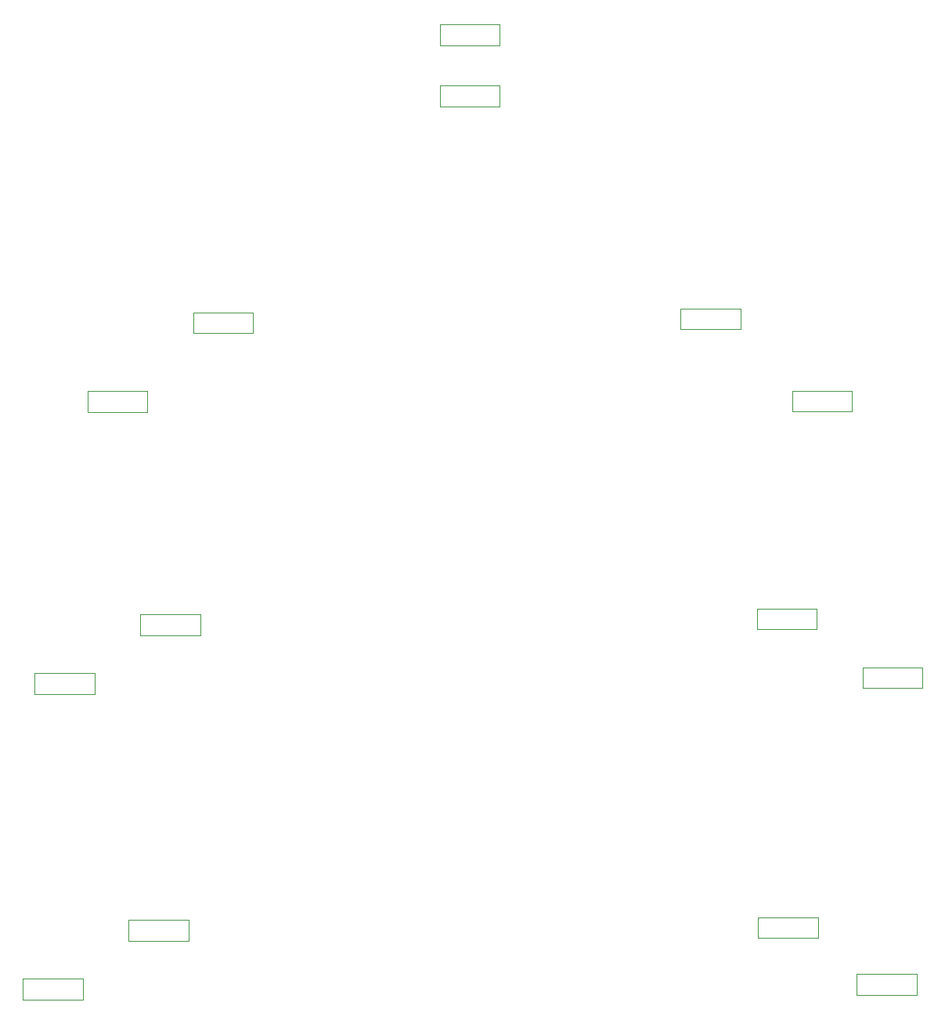
<source format=gbr>
G04 #@! TF.FileFunction,Other,User*
%FSLAX46Y46*%
G04 Gerber Fmt 4.6, Leading zero omitted, Abs format (unit mm)*
G04 Created by KiCad (PCBNEW 4.0.6) date Saturday, November 11, 2017 'PMt' 03:03:55 PM*
%MOMM*%
%LPD*%
G01*
G04 APERTURE LIST*
%ADD10C,0.100000*%
%ADD11C,0.050000*%
G04 APERTURE END LIST*
D10*
D11*
X136600000Y-63660000D02*
X130100000Y-63660000D01*
X136600000Y-63660000D02*
X136600000Y-65870000D01*
X130100000Y-65870000D02*
X130100000Y-63660000D01*
X130100000Y-65870000D02*
X136600000Y-65870000D01*
X48185000Y-96360000D02*
X54685000Y-96360000D01*
X48185000Y-96360000D02*
X48185000Y-94150000D01*
X54685000Y-94150000D02*
X54685000Y-96360000D01*
X54685000Y-94150000D02*
X48185000Y-94150000D01*
X137085000Y-128872000D02*
X143585000Y-128872000D01*
X137085000Y-128872000D02*
X137085000Y-126662000D01*
X143585000Y-126662000D02*
X143585000Y-128872000D01*
X143585000Y-126662000D02*
X137085000Y-126662000D01*
X53900000Y-65880000D02*
X60400000Y-65880000D01*
X53900000Y-65880000D02*
X53900000Y-63670000D01*
X60400000Y-63670000D02*
X60400000Y-65880000D01*
X60400000Y-63670000D02*
X53900000Y-63670000D01*
X137720000Y-95725000D02*
X144220000Y-95725000D01*
X137720000Y-95725000D02*
X137720000Y-93515000D01*
X144220000Y-93515000D02*
X144220000Y-95725000D01*
X144220000Y-93515000D02*
X137720000Y-93515000D01*
X46915000Y-129380000D02*
X53415000Y-129380000D01*
X46915000Y-129380000D02*
X46915000Y-127170000D01*
X53415000Y-127170000D02*
X53415000Y-129380000D01*
X53415000Y-127170000D02*
X46915000Y-127170000D01*
X124535000Y-54770000D02*
X118035000Y-54770000D01*
X124535000Y-54770000D02*
X124535000Y-56980000D01*
X118035000Y-56980000D02*
X118035000Y-54770000D01*
X118035000Y-56980000D02*
X124535000Y-56980000D01*
X59615000Y-90010000D02*
X66115000Y-90010000D01*
X59615000Y-90010000D02*
X59615000Y-87800000D01*
X66115000Y-87800000D02*
X66115000Y-90010000D01*
X66115000Y-87800000D02*
X59615000Y-87800000D01*
X132917000Y-120556000D02*
X126417000Y-120556000D01*
X132917000Y-120556000D02*
X132917000Y-122766000D01*
X126417000Y-122766000D02*
X126417000Y-120556000D01*
X126417000Y-122766000D02*
X132917000Y-122766000D01*
X65330000Y-57371000D02*
X71830000Y-57371000D01*
X65330000Y-57371000D02*
X65330000Y-55161000D01*
X71830000Y-55161000D02*
X71830000Y-57371000D01*
X71830000Y-55161000D02*
X65330000Y-55161000D01*
X132790000Y-87155000D02*
X126290000Y-87155000D01*
X132790000Y-87155000D02*
X132790000Y-89365000D01*
X126290000Y-89365000D02*
X126290000Y-87155000D01*
X126290000Y-89365000D02*
X132790000Y-89365000D01*
X58345000Y-123030000D02*
X64845000Y-123030000D01*
X58345000Y-123030000D02*
X58345000Y-120820000D01*
X64845000Y-120820000D02*
X64845000Y-123030000D01*
X64845000Y-120820000D02*
X58345000Y-120820000D01*
X92000000Y-32860000D02*
X98500000Y-32860000D01*
X92000000Y-32860000D02*
X92000000Y-30650000D01*
X98500000Y-30650000D02*
X98500000Y-32860000D01*
X98500000Y-30650000D02*
X92000000Y-30650000D01*
X92000000Y-26256000D02*
X98500000Y-26256000D01*
X92000000Y-26256000D02*
X92000000Y-24046000D01*
X98500000Y-24046000D02*
X98500000Y-26256000D01*
X98500000Y-24046000D02*
X92000000Y-24046000D01*
M02*

</source>
